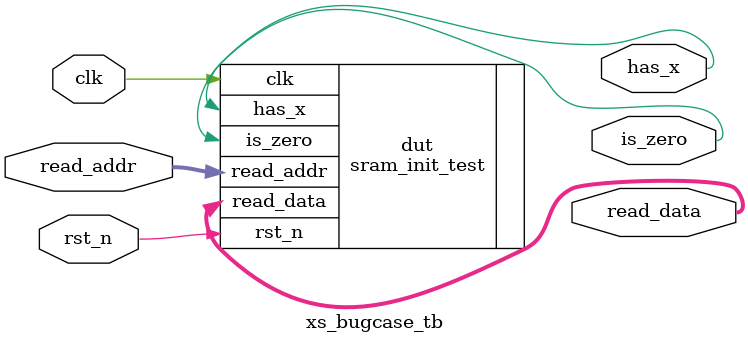
<source format=v>
`timescale 1ns/1ps

module xs_bugcase_tb (
    input  wire        clk,
    input  wire        rst_n,
    input  wire [4:0]  read_addr,
    output wire [111:0] read_data,
    output wire        is_zero,
    output wire        has_x
);

    sram_init_test dut (
        .clk       (clk),
        .rst_n     (rst_n),
        .read_addr (read_addr),
        .read_data (read_data),
        .is_zero   (is_zero),
        .has_x     (has_x)
    );

endmodule

</source>
